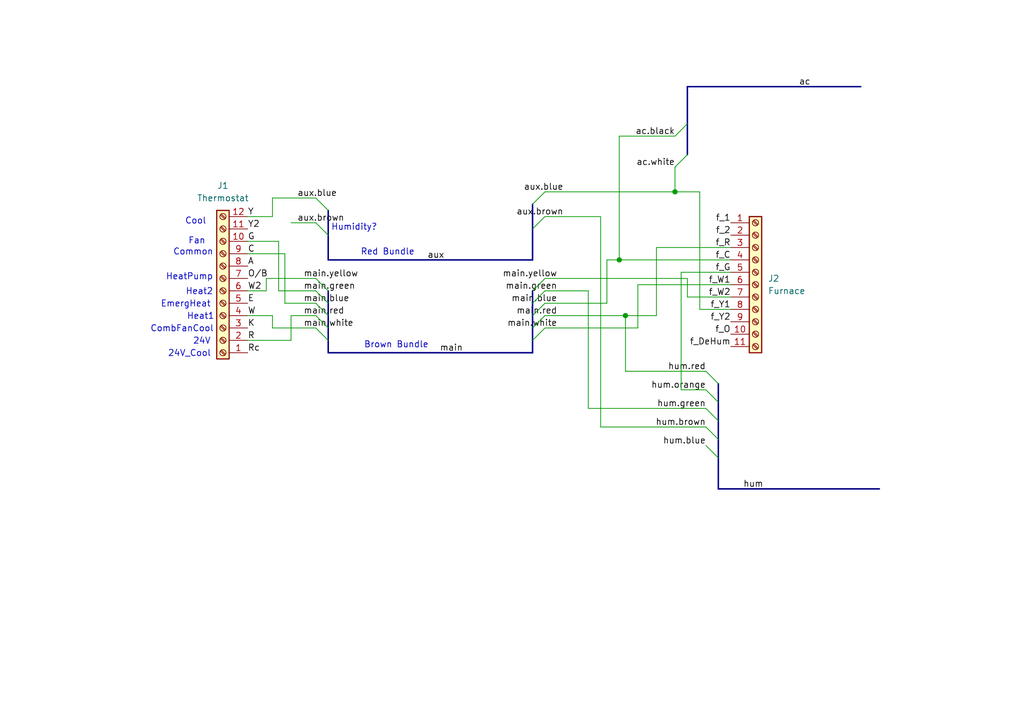
<source format=kicad_sch>
(kicad_sch (version 20250114) (generator "eeschema") (generator_version "9.0")
  (paper "A5")
  (title_block (title "Fluffhome Shop Furnace ") (date "2025-06-21"))
  (lib_symbols
    (symbol "Connector:Screw_Terminal_01x11" (pin_names (offset 1.016) (hide yes))
      (property "Reference" "J" (at 0 15.24 0))
      (property "Value" "Screw_Terminal_01x11" (at 0 -15.24 0))
      (symbol "Screw_Terminal_01x11_1_1"
        (rectangle (start -1.27 13.97) (end 1.27 -13.97) (stroke (width 0.254)) (fill (type background)))
        (polyline (pts (xy -0.5334 13.0302) (xy 0.3302 12.192)) (stroke (width 0.1524)))
        (polyline (pts (xy -0.5334 10.4902) (xy 0.3302 9.652)) (stroke (width 0.1524)))
        (polyline (pts (xy -0.5334 7.9502) (xy 0.3302 7.112)) (stroke (width 0.1524)))
        (polyline (pts (xy -0.5334 5.4102) (xy 0.3302 4.572)) (stroke (width 0.1524)))
        (polyline (pts (xy -0.5334 2.8702) (xy 0.3302 2.032)) (stroke (width 0.1524)))
        (polyline (pts (xy -0.5334 0.3302) (xy 0.3302 -0.508)) (stroke (width 0.1524)))
        (polyline (pts (xy -0.5334 -2.2098) (xy 0.3302 -3.048)) (stroke (width 0.1524)))
        (polyline (pts (xy -0.5334 -4.7498) (xy 0.3302 -5.588)) (stroke (width 0.1524)))
        (polyline (pts (xy -0.5334 -7.2898) (xy 0.3302 -8.128)) (stroke (width 0.1524)))
        (polyline (pts (xy -0.5334 -9.8298) (xy 0.3302 -10.668)) (stroke (width 0.1524)))
        (polyline (pts (xy -0.5334 -12.3698) (xy 0.3302 -13.208)) (stroke (width 0.1524)))
        (polyline (pts (xy -0.3556 13.208) (xy 0.508 12.3698)) (stroke (width 0.1524)))
        (polyline (pts (xy -0.3556 10.668) (xy 0.508 9.8298)) (stroke (width 0.1524)))
        (polyline (pts (xy -0.3556 8.128) (xy 0.508 7.2898)) (stroke (width 0.1524)))
        (polyline (pts (xy -0.3556 5.588) (xy 0.508 4.7498)) (stroke (width 0.1524)))
        (polyline (pts (xy -0.3556 3.048) (xy 0.508 2.2098)) (stroke (width 0.1524)))
        (polyline (pts (xy -0.3556 0.508) (xy 0.508 -0.3302)) (stroke (width 0.1524)))
        (polyline (pts (xy -0.3556 -2.032) (xy 0.508 -2.8702)) (stroke (width 0.1524)))
        (polyline (pts (xy -0.3556 -4.572) (xy 0.508 -5.4102)) (stroke (width 0.1524)))
        (polyline (pts (xy -0.3556 -7.112) (xy 0.508 -7.9502)) (stroke (width 0.1524)))
        (polyline (pts (xy -0.3556 -9.652) (xy 0.508 -10.4902)) (stroke (width 0.1524)))
        (polyline (pts (xy -0.3556 -12.192) (xy 0.508 -13.0302)) (stroke (width 0.1524)))
        (circle (center 0 12.7) (radius 0.635) (stroke (width 0.1524)))
        (circle (center 0 10.16) (radius 0.635) (stroke (width 0.1524)))
        (circle (center 0 7.62) (radius 0.635) (stroke (width 0.1524)))
        (circle (center 0 5.08) (radius 0.635) (stroke (width 0.1524)))
        (circle (center 0 2.54) (radius 0.635) (stroke (width 0.1524)))
        (circle (center 0 0) (radius 0.635) (stroke (width 0.1524)))
        (circle (center 0 -2.54) (radius 0.635) (stroke (width 0.1524)))
        (circle (center 0 -5.08) (radius 0.635) (stroke (width 0.1524)))
        (circle (center 0 -7.62) (radius 0.635) (stroke (width 0.1524)))
        (circle (center 0 -10.16) (radius 0.635) (stroke (width 0.1524)))
        (circle (center 0 -12.7) (radius 0.635) (stroke (width 0.1524)))
        (pin passive line (at -5.08 12.7 0) (length 3.81) (name "Pin_1") (number "1"))
        (pin passive line (at -5.08 10.16 0) (length 3.81) (name "Pin_2") (number "2"))
        (pin passive line (at -5.08 7.62 0) (length 3.81) (name "Pin_3") (number "3"))
        (pin passive line (at -5.08 5.08 0) (length 3.81) (name "Pin_4") (number "4"))
        (pin passive line (at -5.08 2.54 0) (length 3.81) (name "Pin_5") (number "5"))
        (pin passive line (at -5.08 0 0) (length 3.81) (name "Pin_6") (number "6"))
        (pin passive line (at -5.08 -2.54 0) (length 3.81) (name "Pin_7") (number "7"))
        (pin passive line (at -5.08 -5.08 0) (length 3.81) (name "Pin_8") (number "8"))
        (pin passive line (at -5.08 -7.62 0) (length 3.81) (name "Pin_9") (number "9"))
        (pin passive line (at -5.08 -10.16 0) (length 3.81) (name "Pin_10") (number "10"))
        (pin passive line (at -5.08 -12.7 0) (length 3.81) (name "Pin_11") (number "11"))
      )
    )
    (symbol "Connector:Screw_Terminal_01x12" (pin_names (offset 1.016) (hide yes))
      (property "Reference" "J" (at 0 15.24 0))
      (property "Value" "Screw_Terminal_01x12" (at 0 -17.78 0))
      (symbol "Screw_Terminal_01x12_1_1"
        (rectangle (start -1.27 13.97) (end 1.27 -16.51) (stroke (width 0.254)) (fill (type background)))
        (polyline (pts (xy -0.5334 13.0302) (xy 0.3302 12.192)) (stroke (width 0.1524)))
        (polyline (pts (xy -0.5334 10.4902) (xy 0.3302 9.652)) (stroke (width 0.1524)))
        (polyline (pts (xy -0.5334 7.9502) (xy 0.3302 7.112)) (stroke (width 0.1524)))
        (polyline (pts (xy -0.5334 5.4102) (xy 0.3302 4.572)) (stroke (width 0.1524)))
        (polyline (pts (xy -0.5334 2.8702) (xy 0.3302 2.032)) (stroke (width 0.1524)))
        (polyline (pts (xy -0.5334 0.3302) (xy 0.3302 -0.508)) (stroke (width 0.1524)))
        (polyline (pts (xy -0.5334 -2.2098) (xy 0.3302 -3.048)) (stroke (width 0.1524)))
        (polyline (pts (xy -0.5334 -4.7498) (xy 0.3302 -5.588)) (stroke (width 0.1524)))
        (polyline (pts (xy -0.5334 -7.2898) (xy 0.3302 -8.128)) (stroke (width 0.1524)))
        (polyline (pts (xy -0.5334 -9.8298) (xy 0.3302 -10.668)) (stroke (width 0.1524)))
        (polyline (pts (xy -0.5334 -12.3698) (xy 0.3302 -13.208)) (stroke (width 0.1524)))
        (polyline (pts (xy -0.5334 -14.9098) (xy 0.3302 -15.748)) (stroke (width 0.1524)))
        (polyline (pts (xy -0.3556 13.208) (xy 0.508 12.3698)) (stroke (width 0.1524)))
        (polyline (pts (xy -0.3556 10.668) (xy 0.508 9.8298)) (stroke (width 0.1524)))
        (polyline (pts (xy -0.3556 8.128) (xy 0.508 7.2898)) (stroke (width 0.1524)))
        (polyline (pts (xy -0.3556 5.588) (xy 0.508 4.7498)) (stroke (width 0.1524)))
        (polyline (pts (xy -0.3556 3.048) (xy 0.508 2.2098)) (stroke (width 0.1524)))
        (polyline (pts (xy -0.3556 0.508) (xy 0.508 -0.3302)) (stroke (width 0.1524)))
        (polyline (pts (xy -0.3556 -2.032) (xy 0.508 -2.8702)) (stroke (width 0.1524)))
        (polyline (pts (xy -0.3556 -4.572) (xy 0.508 -5.4102)) (stroke (width 0.1524)))
        (polyline (pts (xy -0.3556 -7.112) (xy 0.508 -7.9502)) (stroke (width 0.1524)))
        (polyline (pts (xy -0.3556 -9.652) (xy 0.508 -10.4902)) (stroke (width 0.1524)))
        (polyline (pts (xy -0.3556 -12.192) (xy 0.508 -13.0302)) (stroke (width 0.1524)))
        (polyline (pts (xy -0.3556 -14.732) (xy 0.508 -15.5702)) (stroke (width 0.1524)))
        (circle (center 0 12.7) (radius 0.635) (stroke (width 0.1524)))
        (circle (center 0 10.16) (radius 0.635) (stroke (width 0.1524)))
        (circle (center 0 7.62) (radius 0.635) (stroke (width 0.1524)))
        (circle (center 0 5.08) (radius 0.635) (stroke (width 0.1524)))
        (circle (center 0 2.54) (radius 0.635) (stroke (width 0.1524)))
        (circle (center 0 0) (radius 0.635) (stroke (width 0.1524)))
        (circle (center 0 -2.54) (radius 0.635) (stroke (width 0.1524)))
        (circle (center 0 -5.08) (radius 0.635) (stroke (width 0.1524)))
        (circle (center 0 -7.62) (radius 0.635) (stroke (width 0.1524)))
        (circle (center 0 -10.16) (radius 0.635) (stroke (width 0.1524)))
        (circle (center 0 -12.7) (radius 0.635) (stroke (width 0.1524)))
        (circle (center 0 -15.24) (radius 0.635) (stroke (width 0.1524)))
        (pin passive line (at -5.08 12.7 0) (length 3.81) (name "Pin_1") (number "1"))
        (pin passive line (at -5.08 10.16 0) (length 3.81) (name "Pin_2") (number "2"))
        (pin passive line (at -5.08 7.62 0) (length 3.81) (name "Pin_3") (number "3"))
        (pin passive line (at -5.08 5.08 0) (length 3.81) (name "Pin_4") (number "4"))
        (pin passive line (at -5.08 2.54 0) (length 3.81) (name "Pin_5") (number "5"))
        (pin passive line (at -5.08 0 0) (length 3.81) (name "Pin_6") (number "6"))
        (pin passive line (at -5.08 -2.54 0) (length 3.81) (name "Pin_7") (number "7"))
        (pin passive line (at -5.08 -5.08 0) (length 3.81) (name "Pin_8") (number "8"))
        (pin passive line (at -5.08 -7.62 0) (length 3.81) (name "Pin_9") (number "9"))
        (pin passive line (at -5.08 -10.16 0) (length 3.81) (name "Pin_10") (number "10"))
        (pin passive line (at -5.08 -12.7 0) (length 3.81) (name "Pin_11") (number "11"))
        (pin passive line (at -5.08 -15.24 0) (length 3.81) (name "Pin_12") (number "12"))
      )
    )
  )
  (text "Brown Bundle\n" (at 81.28 70.866 0) (effects (font (size 1.27 1.27))))
  (text "24V" (at 41.402 70.104 0) (effects (font (size 1.27 1.27))))
  (text "Humidity?" (at 72.644 46.736 0) (effects (font (size 1.27 1.27))))
  (text "CombFanCool" (at 37.338 67.564 0) (effects (font (size 1.27 1.27))))
  (text "Heat2" (at 40.894 59.944 0) (effects (font (size 1.27 1.27))))
  (text "EmergHeat" (at 38.1 62.484 0) (effects (font (size 1.27 1.27))))
  (text "Fan\n" (at 40.386 49.53 0) (effects (font (size 1.27 1.27))))
  (text "Cool\n" (at 40.132 45.466 0) (effects (font (size 1.27 1.27))))
  (text "24V_Cool" (at 38.862 72.644 0) (effects (font (size 1.27 1.27))))
  (text "Red Bundle\n" (at 79.502 51.816 0) (effects (font (size 1.27 1.27))))
  (text "HeatPump" (at 38.862 56.896 0) (effects (font (size 1.27 1.27))))
  (text "Common\n" (at 39.624 51.816 0) (effects (font (size 1.27 1.27))))
  (text "Heat1\n" (at 41.148 65.024 0) (effects (font (size 1.27 1.27))))
  (junction (at 127 53.34))
  (junction (at 138.43 39.37))
  (junction (at 128.27 64.77))
  (bus_entry (at 64.77 59.69) (size 2.54 2.54))
  (bus_entry (at 64.77 45.72) (size 2.54 2.54))
  (bus_entry (at 144.78 80.01) (size 2.54 2.54))
  (bus_entry (at 111.76 64.77) (size -2.54 2.54))
  (bus_entry (at 64.77 62.23) (size 2.54 2.54))
  (bus_entry (at 140.97 25.4) (size -2.54 2.54))
  (bus_entry (at 144.78 83.82) (size 2.54 2.54))
  (bus_entry (at 64.77 57.15) (size 2.54 2.54))
  (bus_entry (at 111.76 59.69) (size -2.54 2.54))
  (bus_entry (at 111.76 57.15) (size -2.54 2.54))
  (bus_entry (at 140.97 31.75) (size -2.54 2.54))
  (bus_entry (at 111.76 39.37) (size -2.54 2.54))
  (bus_entry (at 144.78 87.63) (size 2.54 2.54))
  (bus_entry (at 144.78 76.2) (size 2.54 2.54))
  (bus_entry (at 64.77 67.31) (size 2.54 2.54))
  (bus_entry (at 111.76 62.23) (size -2.54 2.54))
  (bus_entry (at 64.77 40.64) (size 2.54 2.54))
  (bus_entry (at 111.76 44.45) (size -2.54 2.54))
  (bus_entry (at 64.77 64.77) (size 2.54 2.54))
  (bus_entry (at 111.76 67.31) (size -2.54 2.54))
  (bus_entry (at 144.78 91.44) (size 2.54 2.54))
  (bus (pts (xy 147.32 86.36) (xy 147.32 90.17)))
  (bus (pts (xy 147.32 100.33) (xy 180.34 100.33)))
  (wire (pts (xy 59.69 45.72) (xy 64.77 45.72)))
  (wire (pts (xy 54.61 57.15) (xy 64.77 57.15)))
  (wire (pts (xy 134.62 50.8) (xy 149.86 50.8)))
  (wire (pts (xy 57.15 49.53) (xy 50.8 49.53)))
  (wire (pts (xy 57.15 59.69) (xy 64.77 59.69)))
  (bus (pts (xy 67.31 43.18) (xy 67.31 48.26)))
  (bus (pts (xy 140.97 31.75) (xy 140.97 25.4)))
  (wire (pts (xy 144.78 80.01) (xy 139.7 80.01)))
  (bus (pts (xy 109.22 62.23) (xy 109.22 64.77)))
  (wire (pts (xy 124.46 62.23) (xy 124.46 53.34)))
  (wire (pts (xy 143.51 39.37) (xy 143.51 63.5)))
  (wire (pts (xy 54.61 57.15) (xy 54.61 59.69)))
  (wire (pts (xy 138.43 34.29) (xy 138.43 39.37)))
  (wire (pts (xy 140.97 57.15) (xy 140.97 60.96)))
  (bus (pts (xy 109.22 46.99) (xy 109.22 53.34)))
  (wire (pts (xy 111.76 39.37) (xy 138.43 39.37)))
  (bus (pts (xy 109.22 67.31) (xy 109.22 69.85)))
  (bus (pts (xy 109.22 64.77) (xy 109.22 67.31)))
  (bus (pts (xy 109.22 59.69) (xy 109.22 62.23)))
  (wire (pts (xy 58.42 62.23) (xy 58.42 52.07)))
  (wire (pts (xy 130.81 67.31) (xy 130.81 58.42)))
  (wire (pts (xy 111.76 64.77) (xy 128.27 64.77)))
  (wire (pts (xy 55.88 64.77) (xy 55.88 67.31)))
  (wire (pts (xy 134.62 64.77) (xy 134.62 50.8)))
  (wire (pts (xy 55.88 44.45) (xy 50.8 44.45)))
  (bus (pts (xy 67.31 67.31) (xy 67.31 69.85)))
  (wire (pts (xy 128.27 76.2) (xy 128.27 64.77)))
  (bus (pts (xy 109.22 41.91) (xy 109.22 46.99)))
  (wire (pts (xy 54.61 59.69) (xy 50.8 59.69)))
  (wire (pts (xy 59.69 64.77) (xy 59.69 69.85)))
  (wire (pts (xy 123.19 87.63) (xy 144.78 87.63)))
  (wire (pts (xy 120.65 83.82) (xy 144.78 83.82)))
  (wire (pts (xy 123.19 44.45) (xy 123.19 87.63)))
  (bus (pts (xy 140.97 25.4) (xy 140.97 17.78)))
  (wire (pts (xy 127 27.94) (xy 127 53.34)))
  (wire (pts (xy 120.65 59.69) (xy 120.65 83.82)))
  (wire (pts (xy 140.97 60.96) (xy 149.86 60.96)))
  (wire (pts (xy 139.7 80.01) (xy 139.7 55.88)))
  (wire (pts (xy 58.42 52.07) (xy 50.8 52.07)))
  (wire (pts (xy 143.51 63.5) (xy 149.86 63.5)))
  (wire (pts (xy 138.43 27.94) (xy 127 27.94)))
  (wire (pts (xy 58.42 62.23) (xy 64.77 62.23)))
  (wire (pts (xy 111.76 62.23) (xy 124.46 62.23)))
  (wire (pts (xy 55.88 67.31) (xy 64.77 67.31)))
  (bus (pts (xy 67.31 59.69) (xy 67.31 62.23)))
  (bus (pts (xy 67.31 62.23) (xy 67.31 64.77)))
  (wire (pts (xy 127 53.34) (xy 149.86 53.34)))
  (wire (pts (xy 111.76 59.69) (xy 120.65 59.69)))
  (wire (pts (xy 111.76 57.15) (xy 140.97 57.15)))
  (wire (pts (xy 128.27 64.77) (xy 134.62 64.77)))
  (bus (pts (xy 67.31 53.34) (xy 109.22 53.34)))
  (wire (pts (xy 144.78 76.2) (xy 128.27 76.2)))
  (wire (pts (xy 111.76 67.31) (xy 130.81 67.31)))
  (wire (pts (xy 138.43 39.37) (xy 143.51 39.37)))
  (wire (pts (xy 55.88 40.64) (xy 64.77 40.64)))
  (wire (pts (xy 139.7 55.88) (xy 149.86 55.88)))
  (wire (pts (xy 55.88 64.77) (xy 50.8 64.77)))
  (bus (pts (xy 67.31 48.26) (xy 67.31 53.34)))
  (wire (pts (xy 130.81 58.42) (xy 149.86 58.42)))
  (wire (pts (xy 59.69 64.77) (xy 64.77 64.77)))
  (wire (pts (xy 59.69 69.85) (xy 50.8 69.85)))
  (bus (pts (xy 67.31 69.85) (xy 67.31 72.39)))
  (bus (pts (xy 147.32 93.98) (xy 147.32 100.33)))
  (bus (pts (xy 147.32 78.74) (xy 147.32 82.55)))
  (bus (pts (xy 67.31 64.77) (xy 67.31 67.31)))
  (wire (pts (xy 57.15 59.69) (xy 57.15 49.53)))
  (bus (pts (xy 109.22 69.85) (xy 109.22 72.39)))
  (bus (pts (xy 140.97 17.78) (xy 176.53 17.78)))
  (bus (pts (xy 67.31 72.39) (xy 109.22 72.39)))
  (bus (pts (xy 147.32 82.55) (xy 147.32 86.36)))
  (bus (pts (xy 147.32 90.17) (xy 147.32 93.98)))
  (wire (pts (xy 124.46 53.34) (xy 127 53.34)))
  (wire (pts (xy 111.76 44.45) (xy 123.19 44.45)))
  (wire (pts (xy 55.88 40.64) (xy 55.88 44.45)))
  (label "Y2" (at 50.8 46.99 0))
  (label "W" (at 50.8 64.77 0))
  (label "f_DeHum" (at 149.86 71.12 180))
  (label "f_C" (at 149.86 53.34 180))
  (label "f_W1" (at 149.86 58.42 180))
  (label "main.white" (at 114.3 67.31 180))
  (label "f_2" (at 149.86 48.26 180))
  (label "main.white" (at 62.23 67.31 0))
  (label "main.green" (at 62.23 59.69 0))
  (label "main.red" (at 114.3 64.77 180))
  (label "main.green" (at 114.3 59.69 180))
  (label "aux.blue" (at 60.96 40.64 0))
  (label "ac" (at 163.83 17.78 0))
  (label "ac.black" (at 138.43 27.94 180))
  (label "f_R" (at 149.86 50.8 180))
  (label "W2" (at 50.8 59.69 0))
  (label "Y" (at 50.8 44.45 0))
  (label "R" (at 50.8 69.85 0))
  (label "f_G" (at 149.86 55.88 180))
  (label "main.yellow" (at 62.23 57.15 0))
  (label "hum" (at 152.4 100.33 0))
  (label "aux.brown" (at 60.96 45.72 0))
  (label "E" (at 50.8 62.23 0))
  (label "hum.blue" (at 144.78 91.44 180))
  (label "f_W2" (at 149.86 60.96 180))
  (label "aux" (at 87.63 53.34 0))
  (label "O{slash}B" (at 50.8 57.15 0))
  (label "hum.red" (at 144.78 76.2 180))
  (label "hum.orange" (at 144.78 80.01 180))
  (label "hum.brown" (at 144.78 87.63 180))
  (label "ac.white" (at 138.43 34.29 180))
  (label "aux.blue" (at 115.57 39.37 180))
  (label "K" (at 50.8 67.31 0))
  (label "C" (at 50.8 52.07 0))
  (label "main.yellow" (at 114.3 57.15 180))
  (label "main.blue" (at 114.3 62.23 180))
  (label "f_O" (at 149.86 68.58 180))
  (label "main" (at 90.17 72.39 0))
  (label "G" (at 50.8 49.53 0))
  (label "aux.brown" (at 115.57 44.45 180))
  (label "f_Y1" (at 149.86 63.5 180))
  (label "f_1" (at 149.86 45.72 180))
  (label "main.red" (at 62.23 64.77 0))
  (label "main.blue" (at 62.23 62.23 0))
  (label "A" (at 50.8 54.61 0))
  (label "f_Y2" (at 149.86 66.04 180))
  (label "hum.green" (at 144.78 83.82 180))
  (label "Rc" (at 50.8 72.39 0))
  (symbol (lib_id "Connector:Screw_Terminal_01x11") (at 154.94 58.42 0) (unit 1)
    (property "Reference" "J2" (at 157.48 57.1499 0) (effects (justify left)))
    (property "Value" "Furnace" (at 157.48 59.6899 0) (effects (justify left)))
    (property "Description" "Generic screw terminal, single row, 01x11, script generated (kicad-library-utils/schlib/autogen/connector/)" (effects (hide yes)))
  )
  (symbol (lib_id "Connector:Screw_Terminal_01x12") (at 45.72 59.69 180) (unit 1)
    (property "Reference" "J1" (at 45.72 38.1 0))
    (property "Value" "Thermostat" (at 45.72 40.64 0))
    (property "Description" "Generic screw terminal, single row, 01x12, script generated (kicad-library-utils/schlib/autogen/connector/)" (effects (hide yes)))
  )
)
</source>
